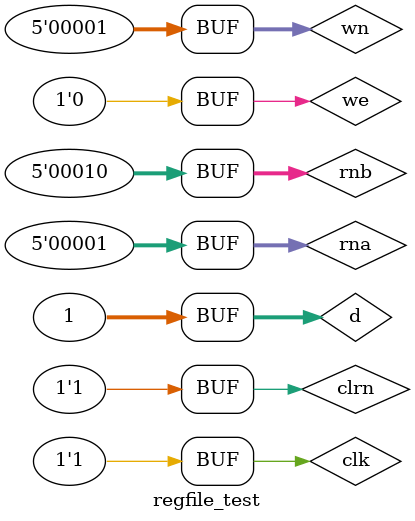
<source format=v>
`timescale 1ns / 1ps


module regfile_test;

	// Inputs
	reg [4:0] rna;
	reg [4:0] rnb;
	reg [31:0] d;
	reg [4:0] wn;
	reg we;
	reg clk;
	reg clrn;

	// Outputs
	wire [31:0] qa;
	wire [31:0] qb;

	// Instantiate the Unit Under Test (UUT)
	regfile uut (
		.rna(rna), 
		.rnb(rnb), 
		.d(d), 
		.wn(wn), 
		.we(we), 
		.clk(clk), 
		.clrn(clrn), 
		.qa(qa), 
		.qb(qb)
	);

	initial begin
		// Initialize Inputs
		rna = 1;
		rnb = 2;
		d = 1;
		wn = 1;
		we = 1;
		clk = 0;
		clrn = 1;

		// Wait 100 ns for global reset to finish
		#100;
		rna = 1;
		rnb = 2;
		d = 1;
		wn = 1;
		we = 1;
		clk = ~clk;
		#100;
		rna = 1;
		rnb = 2;
		d = 1;
		wn = 1;
		we = 1;
		clk = ~clk;		
		#100;
		rna = 1;
		rnb = 2;
		d = 1;
		wn = 1;
		we = 0;
		clk = ~clk;		
		// Add stimulus here

	end
      
endmodule


</source>
